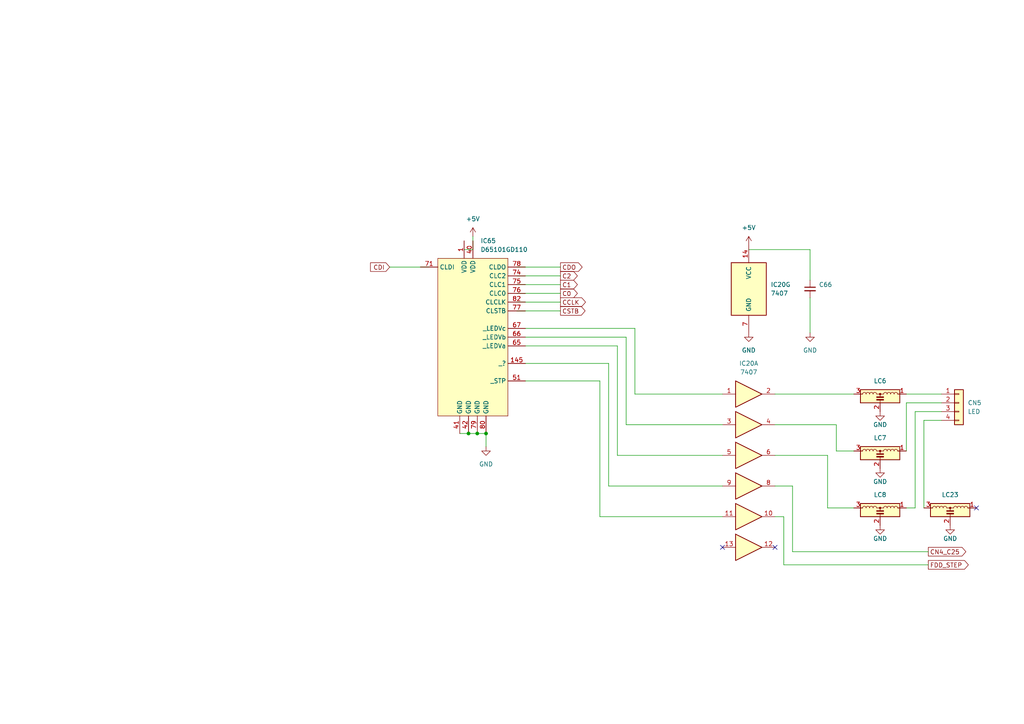
<source format=kicad_sch>
(kicad_sch (version 20230121) (generator eeschema)

  (uuid bced68ac-bf63-4c01-98d4-00facfc13294)

  (paper "A4")

  (lib_symbols
    (symbol "88va_Library:7407" (pin_names (offset 1.016)) (in_bom yes) (on_board yes)
      (property "Reference" "IC" (at 0 1.27 0)
        (effects (font (size 1.27 1.27)))
      )
      (property "Value" "7407" (at 0 -1.27 0)
        (effects (font (size 1.27 1.27)))
      )
      (property "Footprint" "Package_DIP:DIP-14_W7.62mm" (at 0 0 0)
        (effects (font (size 1.27 1.27)) hide)
      )
      (property "Datasheet" "https://www.ti.com/document-viewer/ja-jp/sn7407/datasheet" (at 0 0 0)
        (effects (font (size 1.27 1.27)) hide)
      )
      (property "ki_locked" "" (at 0 0 0)
        (effects (font (size 1.27 1.27)))
      )
      (property "ki_keywords" "Hex buffer" (at 0 0 0)
        (effects (font (size 1.27 1.27)) hide)
      )
      (property "ki_description" "Hex Buffers and Drivers With Open-Collector High-Voltage Outputs" (at 0 0 0)
        (effects (font (size 1.27 1.27)) hide)
      )
      (property "ki_fp_filters" "SOIC*3.9x8.7mm*P1.27mm* TSSOP*4.4x5mm*P0.65mm* DIP*W7.62mm*" (at 0 0 0)
        (effects (font (size 1.27 1.27)) hide)
      )
      (symbol "7407_1_0"
        (polyline
          (pts
            (xy -3.81 3.81)
            (xy -3.81 -3.81)
            (xy 3.81 0)
            (xy -3.81 3.81)
          )
          (stroke (width 0.254) (type default))
          (fill (type background))
        )
        (pin input line (at -7.62 0 0) (length 3.81)
          (name "~" (effects (font (size 1.27 1.27))))
          (number "1" (effects (font (size 1.27 1.27))))
        )
        (pin open_collector line (at 7.62 0 180) (length 3.81)
          (name "~" (effects (font (size 1.27 1.27))))
          (number "2" (effects (font (size 1.27 1.27))))
        )
      )
      (symbol "7407_2_0"
        (polyline
          (pts
            (xy -3.81 3.81)
            (xy -3.81 -3.81)
            (xy 3.81 0)
            (xy -3.81 3.81)
          )
          (stroke (width 0.254) (type default))
          (fill (type background))
        )
        (pin input line (at -7.62 0 0) (length 3.81)
          (name "~" (effects (font (size 1.27 1.27))))
          (number "3" (effects (font (size 1.27 1.27))))
        )
        (pin open_collector line (at 7.62 0 180) (length 3.81)
          (name "~" (effects (font (size 1.27 1.27))))
          (number "4" (effects (font (size 1.27 1.27))))
        )
      )
      (symbol "7407_3_0"
        (polyline
          (pts
            (xy -3.81 3.81)
            (xy -3.81 -3.81)
            (xy 3.81 0)
            (xy -3.81 3.81)
          )
          (stroke (width 0.254) (type default))
          (fill (type background))
        )
        (pin input line (at -7.62 0 0) (length 3.81)
          (name "~" (effects (font (size 1.27 1.27))))
          (number "5" (effects (font (size 1.27 1.27))))
        )
        (pin open_collector line (at 7.62 0 180) (length 3.81)
          (name "~" (effects (font (size 1.27 1.27))))
          (number "6" (effects (font (size 1.27 1.27))))
        )
      )
      (symbol "7407_4_0"
        (polyline
          (pts
            (xy -3.81 3.81)
            (xy -3.81 -3.81)
            (xy 3.81 0)
            (xy -3.81 3.81)
          )
          (stroke (width 0.254) (type default))
          (fill (type background))
        )
        (pin open_collector line (at 7.62 0 180) (length 3.81)
          (name "~" (effects (font (size 1.27 1.27))))
          (number "8" (effects (font (size 1.27 1.27))))
        )
        (pin input line (at -7.62 0 0) (length 3.81)
          (name "~" (effects (font (size 1.27 1.27))))
          (number "9" (effects (font (size 1.27 1.27))))
        )
      )
      (symbol "7407_5_0"
        (polyline
          (pts
            (xy -3.81 3.81)
            (xy -3.81 -3.81)
            (xy 3.81 0)
            (xy -3.81 3.81)
          )
          (stroke (width 0.254) (type default))
          (fill (type background))
        )
        (pin open_collector line (at 7.62 0 180) (length 3.81)
          (name "~" (effects (font (size 1.27 1.27))))
          (number "10" (effects (font (size 1.27 1.27))))
        )
        (pin input line (at -7.62 0 0) (length 3.81)
          (name "~" (effects (font (size 1.27 1.27))))
          (number "11" (effects (font (size 1.27 1.27))))
        )
      )
      (symbol "7407_6_0"
        (polyline
          (pts
            (xy -3.81 3.81)
            (xy -3.81 -3.81)
            (xy 3.81 0)
            (xy -3.81 3.81)
          )
          (stroke (width 0.254) (type default))
          (fill (type background))
        )
        (pin open_collector line (at 7.62 0 180) (length 3.81)
          (name "~" (effects (font (size 1.27 1.27))))
          (number "12" (effects (font (size 1.27 1.27))))
        )
        (pin input line (at -7.62 0 0) (length 3.81)
          (name "~" (effects (font (size 1.27 1.27))))
          (number "13" (effects (font (size 1.27 1.27))))
        )
      )
      (symbol "7407_7_0"
        (pin power_in line (at 0 12.7 270) (length 5.08)
          (name "VCC" (effects (font (size 1.27 1.27))))
          (number "14" (effects (font (size 1.27 1.27))))
        )
        (pin power_in line (at 0 -12.7 90) (length 5.08)
          (name "GND" (effects (font (size 1.27 1.27))))
          (number "7" (effects (font (size 1.27 1.27))))
        )
      )
      (symbol "7407_7_1"
        (rectangle (start -5.08 7.62) (end 5.08 -7.62)
          (stroke (width 0.254) (type default))
          (fill (type background))
        )
      )
    )
    (symbol "88va_Library:GAL" (in_bom yes) (on_board yes)
      (property "Reference" "IC65" (at 2.1941 2.54 0)
        (effects (font (size 1.27 1.27)) (justify left))
      )
      (property "Value" "D65101GD110" (at 2.1941 0 0)
        (effects (font (size 1.27 1.27)) (justify left))
      )
      (property "Footprint" "88va_Library:QFP-160_28x28_Pitch0.635mm" (at 0 0 0)
        (effects (font (size 1.27 1.27)) hide)
      )
      (property "Datasheet" "" (at 0 0 0)
        (effects (font (size 1.27 1.27)) hide)
      )
      (symbol "GAL_1_1"
        (rectangle (start -10.16 -2.54) (end 10.16 -48.26)
          (stroke (width 0) (type default))
          (fill (type background))
        )
        (pin power_in line (at -2.54 2.54 270) (length 5.08)
          (name "VDD" (effects (font (size 1.27 1.27))))
          (number "1" (effects (font (size 1.27 1.27))))
        )
        (pin output line (at 15.24 -33.02 180) (length 5.08)
          (name "_?" (effects (font (size 1.27 1.27))))
          (number "145" (effects (font (size 1.27 1.27))))
        )
        (pin power_in line (at 0 2.54 270) (length 5.08)
          (name "VDD" (effects (font (size 1.27 1.27))))
          (number "40" (effects (font (size 1.27 1.27))))
        )
        (pin power_in line (at -3.81 -53.34 90) (length 5.08)
          (name "GND" (effects (font (size 1.27 1.27))))
          (number "41" (effects (font (size 1.27 1.27))))
        )
        (pin power_in line (at -1.27 -53.34 90) (length 5.08)
          (name "GND" (effects (font (size 1.27 1.27))))
          (number "42" (effects (font (size 1.27 1.27))))
        )
        (pin output line (at 15.24 -38.1 180) (length 5.08)
          (name "_STP" (effects (font (size 1.27 1.27))))
          (number "51" (effects (font (size 1.27 1.27))))
        )
        (pin output line (at 15.24 -27.94 180) (length 5.08)
          (name "_LEDVa" (effects (font (size 1.27 1.27))))
          (number "65" (effects (font (size 1.27 1.27))))
        )
        (pin output line (at 15.24 -25.4 180) (length 5.08)
          (name "_LEDVb" (effects (font (size 1.27 1.27))))
          (number "66" (effects (font (size 1.27 1.27))))
        )
        (pin output line (at 15.24 -22.86 180) (length 5.08)
          (name "_LEDVc" (effects (font (size 1.27 1.27))))
          (number "67" (effects (font (size 1.27 1.27))))
        )
        (pin input line (at -15.24 -5.08 0) (length 5.08)
          (name "CLDI" (effects (font (size 1.27 1.27))))
          (number "71" (effects (font (size 1.27 1.27))))
        )
        (pin output line (at 15.24 -7.62 180) (length 5.08)
          (name "CLC2" (effects (font (size 1.27 1.27))))
          (number "74" (effects (font (size 1.27 1.27))))
        )
        (pin output line (at 15.24 -10.16 180) (length 5.08)
          (name "CLC1" (effects (font (size 1.27 1.27))))
          (number "75" (effects (font (size 1.27 1.27))))
        )
        (pin output line (at 15.24 -12.7 180) (length 5.08)
          (name "CLC0" (effects (font (size 1.27 1.27))))
          (number "76" (effects (font (size 1.27 1.27))))
        )
        (pin output line (at 15.24 -17.78 180) (length 5.08)
          (name "CLSTB" (effects (font (size 1.27 1.27))))
          (number "77" (effects (font (size 1.27 1.27))))
        )
        (pin output line (at 15.24 -5.08 180) (length 5.08)
          (name "CLDO" (effects (font (size 1.27 1.27))))
          (number "78" (effects (font (size 1.27 1.27))))
        )
        (pin power_in line (at 1.27 -53.34 90) (length 5.08)
          (name "GND" (effects (font (size 1.27 1.27))))
          (number "79" (effects (font (size 1.27 1.27))))
        )
        (pin power_in line (at 3.81 -53.34 90) (length 5.08)
          (name "GND" (effects (font (size 1.27 1.27))))
          (number "80" (effects (font (size 1.27 1.27))))
        )
        (pin output line (at 15.24 -15.24 180) (length 5.08)
          (name "CLCLK" (effects (font (size 1.27 1.27))))
          (number "82" (effects (font (size 1.27 1.27))))
        )
      )
    )
    (symbol "Connector_Generic:Conn_01x04" (pin_names (offset 1.016) hide) (in_bom yes) (on_board yes)
      (property "Reference" "J" (at 0 5.08 0)
        (effects (font (size 1.27 1.27)))
      )
      (property "Value" "Conn_01x04" (at 0 -7.62 0)
        (effects (font (size 1.27 1.27)))
      )
      (property "Footprint" "" (at 0 0 0)
        (effects (font (size 1.27 1.27)) hide)
      )
      (property "Datasheet" "~" (at 0 0 0)
        (effects (font (size 1.27 1.27)) hide)
      )
      (property "ki_keywords" "connector" (at 0 0 0)
        (effects (font (size 1.27 1.27)) hide)
      )
      (property "ki_description" "Generic connector, single row, 01x04, script generated (kicad-library-utils/schlib/autogen/connector/)" (at 0 0 0)
        (effects (font (size 1.27 1.27)) hide)
      )
      (property "ki_fp_filters" "Connector*:*_1x??_*" (at 0 0 0)
        (effects (font (size 1.27 1.27)) hide)
      )
      (symbol "Conn_01x04_1_1"
        (rectangle (start -1.27 -4.953) (end 0 -5.207)
          (stroke (width 0.1524) (type default))
          (fill (type none))
        )
        (rectangle (start -1.27 -2.413) (end 0 -2.667)
          (stroke (width 0.1524) (type default))
          (fill (type none))
        )
        (rectangle (start -1.27 0.127) (end 0 -0.127)
          (stroke (width 0.1524) (type default))
          (fill (type none))
        )
        (rectangle (start -1.27 2.667) (end 0 2.413)
          (stroke (width 0.1524) (type default))
          (fill (type none))
        )
        (rectangle (start -1.27 3.81) (end 1.27 -6.35)
          (stroke (width 0.254) (type default))
          (fill (type background))
        )
        (pin passive line (at -5.08 2.54 0) (length 3.81)
          (name "Pin_1" (effects (font (size 1.27 1.27))))
          (number "1" (effects (font (size 1.27 1.27))))
        )
        (pin passive line (at -5.08 0 0) (length 3.81)
          (name "Pin_2" (effects (font (size 1.27 1.27))))
          (number "2" (effects (font (size 1.27 1.27))))
        )
        (pin passive line (at -5.08 -2.54 0) (length 3.81)
          (name "Pin_3" (effects (font (size 1.27 1.27))))
          (number "3" (effects (font (size 1.27 1.27))))
        )
        (pin passive line (at -5.08 -5.08 0) (length 3.81)
          (name "Pin_4" (effects (font (size 1.27 1.27))))
          (number "4" (effects (font (size 1.27 1.27))))
        )
      )
    )
    (symbol "Device:C_Small" (pin_numbers hide) (pin_names (offset 0.254) hide) (in_bom yes) (on_board yes)
      (property "Reference" "C" (at 0.254 1.778 0)
        (effects (font (size 1.27 1.27)) (justify left))
      )
      (property "Value" "C_Small" (at 0.254 -2.032 0)
        (effects (font (size 1.27 1.27)) (justify left))
      )
      (property "Footprint" "" (at 0 0 0)
        (effects (font (size 1.27 1.27)) hide)
      )
      (property "Datasheet" "~" (at 0 0 0)
        (effects (font (size 1.27 1.27)) hide)
      )
      (property "ki_keywords" "capacitor cap" (at 0 0 0)
        (effects (font (size 1.27 1.27)) hide)
      )
      (property "ki_description" "Unpolarized capacitor, small symbol" (at 0 0 0)
        (effects (font (size 1.27 1.27)) hide)
      )
      (property "ki_fp_filters" "C_*" (at 0 0 0)
        (effects (font (size 1.27 1.27)) hide)
      )
      (symbol "C_Small_0_1"
        (polyline
          (pts
            (xy -1.524 -0.508)
            (xy 1.524 -0.508)
          )
          (stroke (width 0.3302) (type default))
          (fill (type none))
        )
        (polyline
          (pts
            (xy -1.524 0.508)
            (xy 1.524 0.508)
          )
          (stroke (width 0.3048) (type default))
          (fill (type none))
        )
      )
      (symbol "C_Small_1_1"
        (pin passive line (at 0 2.54 270) (length 2.032)
          (name "~" (effects (font (size 1.27 1.27))))
          (number "1" (effects (font (size 1.27 1.27))))
        )
        (pin passive line (at 0 -2.54 90) (length 2.032)
          (name "~" (effects (font (size 1.27 1.27))))
          (number "2" (effects (font (size 1.27 1.27))))
        )
      )
    )
    (symbol "Device:Filter_EMI_LCL" (pin_names (offset 0.254) hide) (in_bom yes) (on_board yes)
      (property "Reference" "FL" (at 0 6.985 0)
        (effects (font (size 1.27 1.27)))
      )
      (property "Value" "Filter_EMI_LCL" (at 0 5.08 0)
        (effects (font (size 1.27 1.27)))
      )
      (property "Footprint" "" (at 0 0 90)
        (effects (font (size 1.27 1.27)) hide)
      )
      (property "Datasheet" "http://www.murata.com/~/media/webrenewal/support/library/catalog/products/emc/emifil/c31e.ashx?la=en-gb" (at 0 0 90)
        (effects (font (size 1.27 1.27)) hide)
      )
      (property "ki_keywords" "EMI T-filter" (at 0 0 0)
        (effects (font (size 1.27 1.27)) hide)
      )
      (property "ki_description" "EMI T-filter (LCL)" (at 0 0 0)
        (effects (font (size 1.27 1.27)) hide)
      )
      (property "ki_fp_filters" "Filter* Resonator*" (at 0 0 0)
        (effects (font (size 1.27 1.27)) hide)
      )
      (symbol "Filter_EMI_LCL_0_1"
        (rectangle (start -5.715 3.81) (end 5.715 0)
          (stroke (width 0.254) (type default))
          (fill (type background))
        )
        (arc (start -4.064 2.54) (mid -4.572 3.0458) (end -5.08 2.54)
          (stroke (width 0) (type default))
          (fill (type none))
        )
        (arc (start -3.048 2.54) (mid -3.556 3.0458) (end -4.064 2.54)
          (stroke (width 0) (type default))
          (fill (type none))
        )
        (arc (start -2.032 2.54) (mid -2.54 3.0458) (end -3.048 2.54)
          (stroke (width 0) (type default))
          (fill (type none))
        )
        (rectangle (start -1.016 0.762) (end 1.016 1.016)
          (stroke (width 0) (type default))
          (fill (type outline))
        )
        (arc (start -1.016 2.54) (mid -1.524 3.0458) (end -2.032 2.54)
          (stroke (width 0) (type default))
          (fill (type none))
        )
        (polyline
          (pts
            (xy -1.016 2.54)
            (xy 1.016 2.54)
          )
          (stroke (width 0) (type default))
          (fill (type none))
        )
        (polyline
          (pts
            (xy 0 0.762)
            (xy 0 0)
          )
          (stroke (width 0) (type default))
          (fill (type none))
        )
        (polyline
          (pts
            (xy 0 2.54)
            (xy 0 1.778)
          )
          (stroke (width 0) (type default))
          (fill (type none))
        )
        (circle (center 0 2.54) (radius 0.254)
          (stroke (width 0) (type default))
          (fill (type outline))
        )
        (rectangle (start 1.016 1.524) (end -1.016 1.778)
          (stroke (width 0) (type default))
          (fill (type outline))
        )
        (arc (start 2.032 2.54) (mid 1.524 3.0458) (end 1.016 2.54)
          (stroke (width 0) (type default))
          (fill (type none))
        )
        (arc (start 3.048 2.54) (mid 2.54 3.0458) (end 2.032 2.54)
          (stroke (width 0) (type default))
          (fill (type none))
        )
        (arc (start 4.064 2.54) (mid 3.556 3.0458) (end 3.048 2.54)
          (stroke (width 0) (type default))
          (fill (type none))
        )
        (arc (start 5.08 2.54) (mid 4.572 3.0458) (end 4.064 2.54)
          (stroke (width 0) (type default))
          (fill (type none))
        )
      )
      (symbol "Filter_EMI_LCL_1_1"
        (pin passive line (at -7.62 2.54 0) (length 2.54)
          (name "1" (effects (font (size 1.27 1.27))))
          (number "1" (effects (font (size 1.27 1.27))))
        )
        (pin passive line (at 0 -2.54 90) (length 2.54)
          (name "2" (effects (font (size 1.27 1.27))))
          (number "2" (effects (font (size 1.27 1.27))))
        )
        (pin passive line (at 7.62 2.54 180) (length 2.54)
          (name "3" (effects (font (size 1.27 1.27))))
          (number "3" (effects (font (size 1.27 1.27))))
        )
      )
    )
    (symbol "power:+5V" (power) (pin_names (offset 0)) (in_bom yes) (on_board yes)
      (property "Reference" "#PWR" (at 0 -3.81 0)
        (effects (font (size 1.27 1.27)) hide)
      )
      (property "Value" "+5V" (at 0 3.556 0)
        (effects (font (size 1.27 1.27)))
      )
      (property "Footprint" "" (at 0 0 0)
        (effects (font (size 1.27 1.27)) hide)
      )
      (property "Datasheet" "" (at 0 0 0)
        (effects (font (size 1.27 1.27)) hide)
      )
      (property "ki_keywords" "global power" (at 0 0 0)
        (effects (font (size 1.27 1.27)) hide)
      )
      (property "ki_description" "Power symbol creates a global label with name \"+5V\"" (at 0 0 0)
        (effects (font (size 1.27 1.27)) hide)
      )
      (symbol "+5V_0_1"
        (polyline
          (pts
            (xy -0.762 1.27)
            (xy 0 2.54)
          )
          (stroke (width 0) (type default))
          (fill (type none))
        )
        (polyline
          (pts
            (xy 0 0)
            (xy 0 2.54)
          )
          (stroke (width 0) (type default))
          (fill (type none))
        )
        (polyline
          (pts
            (xy 0 2.54)
            (xy 0.762 1.27)
          )
          (stroke (width 0) (type default))
          (fill (type none))
        )
      )
      (symbol "+5V_1_1"
        (pin power_in line (at 0 0 90) (length 0) hide
          (name "+5V" (effects (font (size 1.27 1.27))))
          (number "1" (effects (font (size 1.27 1.27))))
        )
      )
    )
    (symbol "power:GND" (power) (pin_names (offset 0)) (in_bom yes) (on_board yes)
      (property "Reference" "#PWR" (at 0 -6.35 0)
        (effects (font (size 1.27 1.27)) hide)
      )
      (property "Value" "GND" (at 0 -3.81 0)
        (effects (font (size 1.27 1.27)))
      )
      (property "Footprint" "" (at 0 0 0)
        (effects (font (size 1.27 1.27)) hide)
      )
      (property "Datasheet" "" (at 0 0 0)
        (effects (font (size 1.27 1.27)) hide)
      )
      (property "ki_keywords" "global power" (at 0 0 0)
        (effects (font (size 1.27 1.27)) hide)
      )
      (property "ki_description" "Power symbol creates a global label with name \"GND\" , ground" (at 0 0 0)
        (effects (font (size 1.27 1.27)) hide)
      )
      (symbol "GND_0_1"
        (polyline
          (pts
            (xy 0 0)
            (xy 0 -1.27)
            (xy 1.27 -1.27)
            (xy 0 -2.54)
            (xy -1.27 -1.27)
            (xy 0 -1.27)
          )
          (stroke (width 0) (type default))
          (fill (type none))
        )
      )
      (symbol "GND_1_1"
        (pin power_in line (at 0 0 270) (length 0) hide
          (name "GND" (effects (font (size 1.27 1.27))))
          (number "1" (effects (font (size 1.27 1.27))))
        )
      )
    )
  )

  (junction (at 135.89 125.73) (diameter 0) (color 0 0 0 0)
    (uuid 0214486a-a740-4926-8aa8-7ec452ddb3f6)
  )
  (junction (at 140.97 125.73) (diameter 0) (color 0 0 0 0)
    (uuid df3c28c2-63c6-47dd-bdb5-216c112825dc)
  )
  (junction (at 138.43 125.73) (diameter 0) (color 0 0 0 0)
    (uuid fdf331b1-8cfa-4d5d-9bbe-d1176c5c5833)
  )

  (no_connect (at 224.79 158.75) (uuid 0d53689d-01b2-4f7d-8041-f6d0096c3dab))
  (no_connect (at 209.55 158.75) (uuid 26c9cfe7-9fb5-44fe-a236-136c9c9b488e))
  (no_connect (at 283.21 147.32) (uuid 9c840e9c-6796-4546-9f92-7521182eefce))

  (wire (pts (xy 234.95 72.39) (xy 234.95 81.28))
    (stroke (width 0) (type default))
    (uuid 00837588-c5eb-4454-bad4-23125a72734a)
  )
  (wire (pts (xy 242.57 123.19) (xy 242.57 130.81))
    (stroke (width 0) (type default))
    (uuid 010c6e3e-793f-4689-ac45-a3d125184600)
  )
  (wire (pts (xy 152.4 97.79) (xy 181.61 97.79))
    (stroke (width 0) (type default))
    (uuid 091a0506-2a29-4ede-9df9-302f9b985960)
  )
  (wire (pts (xy 224.79 114.3) (xy 247.65 114.3))
    (stroke (width 0) (type default))
    (uuid 254abfe9-d163-4da3-bea0-a30c3986e79a)
  )
  (wire (pts (xy 149.86 77.47) (xy 162.56 77.47))
    (stroke (width 0) (type default))
    (uuid 369a17a5-2523-416e-a5f1-95cd53541a96)
  )
  (wire (pts (xy 152.4 95.25) (xy 184.15 95.25))
    (stroke (width 0) (type default))
    (uuid 38d7dac6-7052-4cb7-ade2-2b535cdb34cc)
  )
  (wire (pts (xy 137.16 68.58) (xy 137.16 72.39))
    (stroke (width 0) (type default))
    (uuid 38f93062-38a4-49ba-9681-0dd4ad40ed31)
  )
  (wire (pts (xy 217.17 72.39) (xy 234.95 72.39))
    (stroke (width 0) (type default))
    (uuid 3a53a5e0-19d0-4df6-b26a-031eb9cb185c)
  )
  (wire (pts (xy 224.79 149.86) (xy 227.33 149.86))
    (stroke (width 0) (type default))
    (uuid 40cb3812-759b-4dfe-b921-fd9f70c9a3b4)
  )
  (wire (pts (xy 135.89 125.73) (xy 138.43 125.73))
    (stroke (width 0) (type default))
    (uuid 4367c4e8-285b-4d91-97a2-19bd60b5dc83)
  )
  (wire (pts (xy 262.89 114.3) (xy 273.05 114.3))
    (stroke (width 0) (type default))
    (uuid 4534cbb3-12f4-4b01-afba-b649ccb73623)
  )
  (wire (pts (xy 149.86 87.63) (xy 162.56 87.63))
    (stroke (width 0) (type default))
    (uuid 4a8e79f7-14f4-4b52-b092-861c928f62e1)
  )
  (wire (pts (xy 265.43 147.32) (xy 265.43 119.38))
    (stroke (width 0) (type default))
    (uuid 53eb129e-3049-4648-89d7-0a63621294ae)
  )
  (wire (pts (xy 134.62 72.39) (xy 137.16 72.39))
    (stroke (width 0) (type default))
    (uuid 5922520e-22b9-4c42-aa11-4c46594c6049)
  )
  (wire (pts (xy 224.79 132.08) (xy 240.03 132.08))
    (stroke (width 0) (type default))
    (uuid 5a82df06-6144-496b-b1e5-657ae5d24b58)
  )
  (wire (pts (xy 133.35 125.73) (xy 135.89 125.73))
    (stroke (width 0) (type default))
    (uuid 628f8482-753b-4a34-932a-5a7cb452243c)
  )
  (wire (pts (xy 184.15 114.3) (xy 209.55 114.3))
    (stroke (width 0) (type default))
    (uuid 645712b1-97e3-4a3c-9d94-d21054e46a63)
  )
  (wire (pts (xy 152.4 100.33) (xy 179.07 100.33))
    (stroke (width 0) (type default))
    (uuid 6581e4ae-3ab7-4e18-b606-a2fd44a42098)
  )
  (wire (pts (xy 242.57 130.81) (xy 247.65 130.81))
    (stroke (width 0) (type default))
    (uuid 65e92066-baa5-4849-95e4-dc39f1d1ceda)
  )
  (wire (pts (xy 181.61 97.79) (xy 181.61 123.19))
    (stroke (width 0) (type default))
    (uuid 667e3e6d-9ed2-4f3f-9780-9077b585df76)
  )
  (wire (pts (xy 149.86 82.55) (xy 162.56 82.55))
    (stroke (width 0) (type default))
    (uuid 6f9c000a-9ae1-4156-af59-cbb7d568c1ec)
  )
  (wire (pts (xy 240.03 132.08) (xy 240.03 147.32))
    (stroke (width 0) (type default))
    (uuid 740d3f06-2a17-495d-adff-c382e38d0428)
  )
  (wire (pts (xy 229.87 160.02) (xy 269.24 160.02))
    (stroke (width 0) (type default))
    (uuid 76a23b55-ae32-49e6-ae9f-7db72aae14db)
  )
  (wire (pts (xy 173.99 149.86) (xy 209.55 149.86))
    (stroke (width 0) (type default))
    (uuid 77368904-6326-4d8c-803a-8006b0efe347)
  )
  (wire (pts (xy 138.43 125.73) (xy 140.97 125.73))
    (stroke (width 0) (type default))
    (uuid 7dd209c9-28c2-49a3-8446-27359fc1d112)
  )
  (wire (pts (xy 152.4 105.41) (xy 176.53 105.41))
    (stroke (width 0) (type default))
    (uuid 7e2fbe0e-5954-45bf-8b15-2eb357d81eae)
  )
  (wire (pts (xy 240.03 147.32) (xy 247.65 147.32))
    (stroke (width 0) (type default))
    (uuid 7f6c22a1-fc78-4625-91b2-ca8b89ec9c02)
  )
  (wire (pts (xy 113.03 77.47) (xy 124.46 77.47))
    (stroke (width 0) (type default))
    (uuid 8680bbf0-4048-4f4f-bd93-e1c8230d0e8a)
  )
  (wire (pts (xy 173.99 110.49) (xy 173.99 149.86))
    (stroke (width 0) (type default))
    (uuid 8dde1af7-9877-4b36-9fc2-198aadd59f08)
  )
  (wire (pts (xy 227.33 163.83) (xy 269.24 163.83))
    (stroke (width 0) (type default))
    (uuid 919bf862-296f-4d93-9e3d-41cc3bc7aa94)
  )
  (wire (pts (xy 176.53 105.41) (xy 176.53 140.97))
    (stroke (width 0) (type default))
    (uuid 92d37557-fdbc-419d-bfbf-9c8be290fee5)
  )
  (wire (pts (xy 181.61 123.19) (xy 209.55 123.19))
    (stroke (width 0) (type default))
    (uuid 9463a641-94bd-4fe5-8073-cdd3a4aa4d65)
  )
  (wire (pts (xy 234.95 86.36) (xy 234.95 96.52))
    (stroke (width 0) (type default))
    (uuid 97c818e6-01dd-4c23-8209-f4060dfda155)
  )
  (wire (pts (xy 262.89 130.81) (xy 262.89 116.84))
    (stroke (width 0) (type default))
    (uuid 9827ab32-a462-4308-b3f6-29126035dee1)
  )
  (wire (pts (xy 184.15 95.25) (xy 184.15 114.3))
    (stroke (width 0) (type default))
    (uuid a5bc18ff-7cdd-476d-8f20-7cbffb769a6a)
  )
  (wire (pts (xy 262.89 116.84) (xy 273.05 116.84))
    (stroke (width 0) (type default))
    (uuid a8962e85-c54b-4043-a837-d2d555488e23)
  )
  (wire (pts (xy 229.87 140.97) (xy 229.87 160.02))
    (stroke (width 0) (type default))
    (uuid a998c88d-0b19-48bf-899c-dcc0bb155297)
  )
  (wire (pts (xy 179.07 100.33) (xy 179.07 132.08))
    (stroke (width 0) (type default))
    (uuid ad49033b-9866-4605-a930-9d712947f959)
  )
  (wire (pts (xy 267.97 121.92) (xy 267.97 147.32))
    (stroke (width 0) (type default))
    (uuid b1c63d58-1863-4136-8b78-32c63628b593)
  )
  (wire (pts (xy 179.07 132.08) (xy 209.55 132.08))
    (stroke (width 0) (type default))
    (uuid b8a1f722-f293-4012-88d9-d35a375c2b0b)
  )
  (wire (pts (xy 149.86 85.09) (xy 162.56 85.09))
    (stroke (width 0) (type default))
    (uuid ba814ecc-74e8-4423-a054-1cf3bf1d6af6)
  )
  (wire (pts (xy 149.86 90.17) (xy 162.56 90.17))
    (stroke (width 0) (type default))
    (uuid bbab26e7-36ec-44cc-881d-9eb8bac37895)
  )
  (wire (pts (xy 152.4 110.49) (xy 173.99 110.49))
    (stroke (width 0) (type default))
    (uuid bce51d97-14a4-4643-a8fc-e725a0b3bc5d)
  )
  (wire (pts (xy 227.33 163.83) (xy 227.33 149.86))
    (stroke (width 0) (type default))
    (uuid bcf65743-38ba-4ae8-a84e-092cd97786d6)
  )
  (wire (pts (xy 149.86 80.01) (xy 162.56 80.01))
    (stroke (width 0) (type default))
    (uuid c0570780-2e53-4ca7-beb7-2d45441b0902)
  )
  (wire (pts (xy 140.97 125.73) (xy 140.97 129.54))
    (stroke (width 0) (type default))
    (uuid c5accc3b-2aeb-45d3-8676-f7cd8ca8f5af)
  )
  (wire (pts (xy 176.53 140.97) (xy 209.55 140.97))
    (stroke (width 0) (type default))
    (uuid ce0f21e4-1ea0-4ef3-964e-5d09e82ec2ff)
  )
  (wire (pts (xy 267.97 121.92) (xy 273.05 121.92))
    (stroke (width 0) (type default))
    (uuid d38c2846-a8ce-48c9-ac84-2212974ac4fb)
  )
  (wire (pts (xy 262.89 147.32) (xy 265.43 147.32))
    (stroke (width 0) (type default))
    (uuid d8b571bc-6d5e-4560-b6e1-32c561e71dbc)
  )
  (wire (pts (xy 224.79 140.97) (xy 229.87 140.97))
    (stroke (width 0) (type default))
    (uuid e25fdb62-56ac-460e-bbb8-daca60b18c67)
  )
  (wire (pts (xy 265.43 119.38) (xy 273.05 119.38))
    (stroke (width 0) (type default))
    (uuid f05053e5-d8e2-4efa-9394-2e292b0af2f9)
  )
  (wire (pts (xy 224.79 123.19) (xy 242.57 123.19))
    (stroke (width 0) (type default))
    (uuid f1fbe741-f113-47f4-b284-6e697d272857)
  )

  (global_label "CN4_C25" (shape output) (at 269.24 160.02 0) (fields_autoplaced)
    (effects (font (size 1.27 1.27)) (justify left))
    (uuid 0b197687-223e-402e-9167-672aba2513a4)
    (property "Intersheetrefs" "${INTERSHEET_REFS}" (at 280.6918 160.02 0)
      (effects (font (size 1.27 1.27)) (justify left) hide)
    )
  )
  (global_label "C0" (shape output) (at 162.56 85.09 0) (fields_autoplaced)
    (effects (font (size 1.27 1.27)) (justify left))
    (uuid 4502942f-fd14-41b3-bd4b-23db9332c3b7)
    (property "Intersheetrefs" "${INTERSHEET_REFS}" (at 168.0247 85.09 0)
      (effects (font (size 1.27 1.27)) (justify left) hide)
    )
  )
  (global_label "CDI" (shape input) (at 113.03 77.47 180) (fields_autoplaced)
    (effects (font (size 1.27 1.27)) (justify right))
    (uuid 7fe3d349-23df-4cc9-b477-26d347add50f)
    (property "Intersheetrefs" "${INTERSHEET_REFS}" (at 106.9 77.47 0)
      (effects (font (size 1.27 1.27)) (justify right) hide)
    )
  )
  (global_label "FDD_STEP" (shape output) (at 269.24 163.83 0) (fields_autoplaced)
    (effects (font (size 1.27 1.27)) (justify left))
    (uuid 9041f28a-614f-40fa-b28f-ff0a04ffe6df)
    (property "Intersheetrefs" "${INTERSHEET_REFS}" (at 281.4175 163.83 0)
      (effects (font (size 1.27 1.27)) (justify left) hide)
    )
  )
  (global_label "CSTB" (shape output) (at 162.56 90.17 0) (fields_autoplaced)
    (effects (font (size 1.27 1.27)) (justify left))
    (uuid 957fb394-e1ad-4ba8-be6c-7d4e85ca681b)
    (property "Intersheetrefs" "${INTERSHEET_REFS}" (at 170.2623 90.17 0)
      (effects (font (size 1.27 1.27)) (justify left) hide)
    )
  )
  (global_label "C2" (shape output) (at 162.56 80.01 0) (fields_autoplaced)
    (effects (font (size 1.27 1.27)) (justify left))
    (uuid c05c23c7-0177-4bff-af8b-deedb888375b)
    (property "Intersheetrefs" "${INTERSHEET_REFS}" (at 168.0247 80.01 0)
      (effects (font (size 1.27 1.27)) (justify left) hide)
    )
  )
  (global_label "C1" (shape output) (at 162.56 82.55 0) (fields_autoplaced)
    (effects (font (size 1.27 1.27)) (justify left))
    (uuid c90ed9a7-195d-4efc-9076-97df19c4a3da)
    (property "Intersheetrefs" "${INTERSHEET_REFS}" (at 168.0247 82.55 0)
      (effects (font (size 1.27 1.27)) (justify left) hide)
    )
  )
  (global_label "CCLK" (shape output) (at 162.56 87.63 0) (fields_autoplaced)
    (effects (font (size 1.27 1.27)) (justify left))
    (uuid e4058557-6c04-47ca-b568-47b1e5a933d2)
    (property "Intersheetrefs" "${INTERSHEET_REFS}" (at 170.3833 87.63 0)
      (effects (font (size 1.27 1.27)) (justify left) hide)
    )
  )
  (global_label "CDO" (shape output) (at 162.56 77.47 0) (fields_autoplaced)
    (effects (font (size 1.27 1.27)) (justify left))
    (uuid f4a60936-3b05-4e8d-82b3-2bbfd7c5f56d)
    (property "Intersheetrefs" "${INTERSHEET_REFS}" (at 169.4157 77.47 0)
      (effects (font (size 1.27 1.27)) (justify left) hide)
    )
  )

  (symbol (lib_id "88va_Library:7407") (at 217.17 149.86 0) (unit 5)
    (in_bom yes) (on_board yes) (dnp no) (fields_autoplaced)
    (uuid 03e454d8-84d7-4359-9b72-3f4babe95e65)
    (property "Reference" "IC20" (at 217.17 140.97 0)
      (effects (font (size 1.27 1.27)) hide)
    )
    (property "Value" "7407" (at 217.17 143.51 0)
      (effects (font (size 1.27 1.27)) hide)
    )
    (property "Footprint" "Package_DIP:DIP-14_W7.62mm" (at 217.17 149.86 0)
      (effects (font (size 1.27 1.27)) hide)
    )
    (property "Datasheet" "https://www.ti.com/document-viewer/ja-jp/sn7407/datasheet" (at 217.17 149.86 0)
      (effects (font (size 1.27 1.27)) hide)
    )
    (pin "9" (uuid 4bffc034-7f86-4baa-931d-eeea80160b32))
    (pin "13" (uuid 34ed2139-53d9-4ee2-97a7-76d888cdccb5))
    (pin "3" (uuid aaa23956-bd3d-4ef3-bd1e-7904a6dae803))
    (pin "8" (uuid 91c9f3d2-6bdf-4d59-9201-c7e32e11d3e0))
    (pin "10" (uuid 04dca8f5-3fe9-4f19-a2af-74471b2828b3))
    (pin "14" (uuid 12dc2c1a-1998-48ca-ad9c-9f63e5f3c247))
    (pin "12" (uuid 7731068d-5dcb-47a7-9236-148b524aed47))
    (pin "1" (uuid f23fbf40-0e93-469b-ac78-2cf1d93d6294))
    (pin "4" (uuid d8e0c285-86d5-41f2-a309-a94448e426b3))
    (pin "11" (uuid 4d46a3ab-268c-4d6e-850a-2c77d0016e12))
    (pin "6" (uuid 5d17ee78-3efc-46c8-b173-7088a78e275f))
    (pin "7" (uuid 449d4574-0b08-4308-ac60-1197375bde18))
    (pin "5" (uuid 9c901c5a-c335-4680-9d58-e207f90115a5))
    (pin "2" (uuid 73d8619e-45d1-48c4-8f0e-94a47910db10))
    (instances
      (project "PWD665"
        (path "/8cd193ae-a369-4130-9ba4-f2075fa60e2b/4936267e-2afc-4e41-be53-b97a571a33d1"
          (reference "IC20") (unit 5)
        )
      )
    )
  )

  (symbol (lib_id "88va_Library:7407") (at 217.17 140.97 0) (unit 4)
    (in_bom yes) (on_board yes) (dnp no) (fields_autoplaced)
    (uuid 11bc70cf-25bd-40d5-8947-c825d3347f60)
    (property "Reference" "IC20" (at 217.17 132.08 0)
      (effects (font (size 1.27 1.27)) hide)
    )
    (property "Value" "7407" (at 217.17 134.62 0)
      (effects (font (size 1.27 1.27)) hide)
    )
    (property "Footprint" "Package_DIP:DIP-14_W7.62mm" (at 217.17 140.97 0)
      (effects (font (size 1.27 1.27)) hide)
    )
    (property "Datasheet" "https://www.ti.com/document-viewer/ja-jp/sn7407/datasheet" (at 217.17 140.97 0)
      (effects (font (size 1.27 1.27)) hide)
    )
    (pin "9" (uuid 4bffc034-7f86-4baa-931d-eeea80160b33))
    (pin "13" (uuid 34ed2139-53d9-4ee2-97a7-76d888cdccb6))
    (pin "3" (uuid aaa23956-bd3d-4ef3-bd1e-7904a6dae804))
    (pin "8" (uuid 91c9f3d2-6bdf-4d59-9201-c7e32e11d3e1))
    (pin "10" (uuid 04dca8f5-3fe9-4f19-a2af-74471b2828b4))
    (pin "14" (uuid 12dc2c1a-1998-48ca-ad9c-9f63e5f3c248))
    (pin "12" (uuid 7731068d-5dcb-47a7-9236-148b524aed48))
    (pin "1" (uuid f23fbf40-0e93-469b-ac78-2cf1d93d6295))
    (pin "4" (uuid d8e0c285-86d5-41f2-a309-a94448e426b4))
    (pin "11" (uuid 4d46a3ab-268c-4d6e-850a-2c77d0016e13))
    (pin "6" (uuid 5d17ee78-3efc-46c8-b173-7088a78e2760))
    (pin "7" (uuid 449d4574-0b08-4308-ac60-1197375bde19))
    (pin "5" (uuid 9c901c5a-c335-4680-9d58-e207f90115a6))
    (pin "2" (uuid 73d8619e-45d1-48c4-8f0e-94a47910db11))
    (instances
      (project "PWD665"
        (path "/8cd193ae-a369-4130-9ba4-f2075fa60e2b/4936267e-2afc-4e41-be53-b97a571a33d1"
          (reference "IC20") (unit 4)
        )
      )
    )
  )

  (symbol (lib_id "88va_Library:GAL") (at 137.16 72.39 0) (unit 1)
    (in_bom yes) (on_board yes) (dnp no) (fields_autoplaced)
    (uuid 15fff53b-0297-4f14-b736-1d87e7f56946)
    (property "Reference" "IC65" (at 139.3541 69.85 0)
      (effects (font (size 1.27 1.27)) (justify left))
    )
    (property "Value" "D65101GD110" (at 139.3541 72.39 0)
      (effects (font (size 1.27 1.27)) (justify left))
    )
    (property "Footprint" "88va_Library:QFP-160_28x28_Pitch0.635mm" (at 137.16 72.39 0)
      (effects (font (size 1.27 1.27)) hide)
    )
    (property "Datasheet" "" (at 137.16 72.39 0)
      (effects (font (size 1.27 1.27)) hide)
    )
    (pin "74" (uuid f97182eb-8fbd-43f2-8093-b81828bbbe4e))
    (pin "80" (uuid dad59ccc-e562-4cbd-b8cb-cb1e9ffe73f9))
    (pin "82" (uuid 4db24347-1683-4f5d-8b32-ac058ecb7cb5))
    (pin "78" (uuid 42d4089a-cc70-4841-bdeb-5c9be0f08301))
    (pin "79" (uuid 41f67e49-c5ae-4ccf-ba12-1e46f3fb7337))
    (pin "71" (uuid 91376d68-2117-4a3f-8b17-b87fdeb0fc56))
    (pin "76" (uuid e602506e-efbd-4aa9-afa8-296f1aafd7bc))
    (pin "77" (uuid c3af3add-193c-41d1-bdaa-d34f1c441bf0))
    (pin "75" (uuid 6ddd848a-d25e-48d0-8717-3ce3a6e896f1))
    (pin "41" (uuid e416b9be-ebeb-4047-a117-1848ffc66451))
    (pin "42" (uuid 613fb749-6223-4a67-a912-ff4b5dd24deb))
    (pin "1" (uuid 579e1789-16b6-4716-834e-85578a0b1f92))
    (pin "40" (uuid 92e01506-9475-4dfd-9d0a-3d480dffaee9))
    (pin "51" (uuid b60a1a29-18fa-49fb-b2aa-bef273d8505a))
    (pin "66" (uuid 19b7619c-4500-46a6-8758-6747fd595400))
    (pin "65" (uuid fc2dd977-0fd3-4331-a1f4-1f4657550dab))
    (pin "145" (uuid c4d79aa2-8031-4e5b-b125-f5be0ff914f3))
    (pin "67" (uuid b2ad765f-6eb0-4f31-8a09-40cea3fbbd39))
    (instances
      (project "PWD665"
        (path "/8cd193ae-a369-4130-9ba4-f2075fa60e2b/4936267e-2afc-4e41-be53-b97a571a33d1"
          (reference "IC65") (unit 1)
        )
      )
    )
  )

  (symbol (lib_id "power:+5V") (at 137.16 68.58 0) (unit 1)
    (in_bom yes) (on_board yes) (dnp no) (fields_autoplaced)
    (uuid 19d78526-d031-4053-8cb5-d311af73e053)
    (property "Reference" "#PWR015" (at 137.16 72.39 0)
      (effects (font (size 1.27 1.27)) hide)
    )
    (property "Value" "+5V" (at 137.16 63.5 0)
      (effects (font (size 1.27 1.27)))
    )
    (property "Footprint" "" (at 137.16 68.58 0)
      (effects (font (size 1.27 1.27)) hide)
    )
    (property "Datasheet" "" (at 137.16 68.58 0)
      (effects (font (size 1.27 1.27)) hide)
    )
    (pin "1" (uuid 8a059dbc-f5c0-4e3b-9e6f-583ff942fa24))
    (instances
      (project "PWD665"
        (path "/8cd193ae-a369-4130-9ba4-f2075fa60e2b/4936267e-2afc-4e41-be53-b97a571a33d1"
          (reference "#PWR015") (unit 1)
        )
      )
    )
  )

  (symbol (lib_id "88va_Library:7407") (at 217.17 132.08 0) (unit 3)
    (in_bom yes) (on_board yes) (dnp no) (fields_autoplaced)
    (uuid 1dae5cb4-6269-4d07-aa0b-2a2d395352ea)
    (property "Reference" "IC20" (at 217.17 123.19 0)
      (effects (font (size 1.27 1.27)) hide)
    )
    (property "Value" "7407" (at 217.17 125.73 0)
      (effects (font (size 1.27 1.27)) hide)
    )
    (property "Footprint" "Package_DIP:DIP-14_W7.62mm" (at 217.17 132.08 0)
      (effects (font (size 1.27 1.27)) hide)
    )
    (property "Datasheet" "https://www.ti.com/document-viewer/ja-jp/sn7407/datasheet" (at 217.17 132.08 0)
      (effects (font (size 1.27 1.27)) hide)
    )
    (pin "9" (uuid 4bffc034-7f86-4baa-931d-eeea80160b34))
    (pin "13" (uuid 34ed2139-53d9-4ee2-97a7-76d888cdccb7))
    (pin "3" (uuid aaa23956-bd3d-4ef3-bd1e-7904a6dae805))
    (pin "8" (uuid 91c9f3d2-6bdf-4d59-9201-c7e32e11d3e2))
    (pin "10" (uuid 04dca8f5-3fe9-4f19-a2af-74471b2828b5))
    (pin "14" (uuid 12dc2c1a-1998-48ca-ad9c-9f63e5f3c249))
    (pin "12" (uuid 7731068d-5dcb-47a7-9236-148b524aed49))
    (pin "1" (uuid f23fbf40-0e93-469b-ac78-2cf1d93d6296))
    (pin "4" (uuid d8e0c285-86d5-41f2-a309-a94448e426b5))
    (pin "11" (uuid 4d46a3ab-268c-4d6e-850a-2c77d0016e14))
    (pin "6" (uuid 5d17ee78-3efc-46c8-b173-7088a78e2761))
    (pin "7" (uuid 449d4574-0b08-4308-ac60-1197375bde1a))
    (pin "5" (uuid 9c901c5a-c335-4680-9d58-e207f90115a7))
    (pin "2" (uuid 73d8619e-45d1-48c4-8f0e-94a47910db12))
    (instances
      (project "PWD665"
        (path "/8cd193ae-a369-4130-9ba4-f2075fa60e2b/4936267e-2afc-4e41-be53-b97a571a33d1"
          (reference "IC20") (unit 3)
        )
      )
    )
  )

  (symbol (lib_id "Device:C_Small") (at 234.95 83.82 0) (unit 1)
    (in_bom yes) (on_board yes) (dnp no) (fields_autoplaced)
    (uuid 27f7b6e1-a96a-46fc-8cf3-25eb9619279a)
    (property "Reference" "C66" (at 237.49 82.5563 0)
      (effects (font (size 1.27 1.27)) (justify left))
    )
    (property "Value" "C_Small" (at 237.49 85.0963 0)
      (effects (font (size 1.27 1.27)) (justify left) hide)
    )
    (property "Footprint" "Capacitor_SMD:C_1206_3216Metric" (at 234.95 83.82 0)
      (effects (font (size 1.27 1.27)) hide)
    )
    (property "Datasheet" "~" (at 234.95 83.82 0)
      (effects (font (size 1.27 1.27)) hide)
    )
    (pin "2" (uuid e035dcf1-0663-4da1-94ca-3b530b37d417))
    (pin "1" (uuid d73ea5d8-72a2-4a5b-b6c6-29800220d2db))
    (instances
      (project "PWD665"
        (path "/8cd193ae-a369-4130-9ba4-f2075fa60e2b/4936267e-2afc-4e41-be53-b97a571a33d1"
          (reference "C66") (unit 1)
        )
      )
    )
  )

  (symbol (lib_id "88va_Library:7407") (at 217.17 123.19 0) (unit 2)
    (in_bom yes) (on_board yes) (dnp no) (fields_autoplaced)
    (uuid 2dce46e4-9324-4d31-9494-81c69d6c7a06)
    (property "Reference" "IC20" (at 217.17 114.3 0)
      (effects (font (size 1.27 1.27)) hide)
    )
    (property "Value" "7407" (at 217.17 116.84 0)
      (effects (font (size 1.27 1.27)) hide)
    )
    (property "Footprint" "Package_DIP:DIP-14_W7.62mm" (at 217.17 123.19 0)
      (effects (font (size 1.27 1.27)) hide)
    )
    (property "Datasheet" "https://www.ti.com/document-viewer/ja-jp/sn7407/datasheet" (at 217.17 123.19 0)
      (effects (font (size 1.27 1.27)) hide)
    )
    (pin "9" (uuid 4bffc034-7f86-4baa-931d-eeea80160b35))
    (pin "13" (uuid 34ed2139-53d9-4ee2-97a7-76d888cdccb8))
    (pin "3" (uuid aaa23956-bd3d-4ef3-bd1e-7904a6dae806))
    (pin "8" (uuid 91c9f3d2-6bdf-4d59-9201-c7e32e11d3e3))
    (pin "10" (uuid 04dca8f5-3fe9-4f19-a2af-74471b2828b6))
    (pin "14" (uuid 12dc2c1a-1998-48ca-ad9c-9f63e5f3c24a))
    (pin "12" (uuid 7731068d-5dcb-47a7-9236-148b524aed4a))
    (pin "1" (uuid f23fbf40-0e93-469b-ac78-2cf1d93d6297))
    (pin "4" (uuid d8e0c285-86d5-41f2-a309-a94448e426b6))
    (pin "11" (uuid 4d46a3ab-268c-4d6e-850a-2c77d0016e15))
    (pin "6" (uuid 5d17ee78-3efc-46c8-b173-7088a78e2762))
    (pin "7" (uuid 449d4574-0b08-4308-ac60-1197375bde1b))
    (pin "5" (uuid 9c901c5a-c335-4680-9d58-e207f90115a8))
    (pin "2" (uuid 73d8619e-45d1-48c4-8f0e-94a47910db13))
    (instances
      (project "PWD665"
        (path "/8cd193ae-a369-4130-9ba4-f2075fa60e2b/4936267e-2afc-4e41-be53-b97a571a33d1"
          (reference "IC20") (unit 2)
        )
      )
    )
  )

  (symbol (lib_id "88va_Library:7407") (at 217.17 83.82 0) (unit 7)
    (in_bom yes) (on_board yes) (dnp no) (fields_autoplaced)
    (uuid 374e57e8-fd99-41d0-bc24-4c035cc45506)
    (property "Reference" "IC20" (at 223.52 82.55 0)
      (effects (font (size 1.27 1.27)) (justify left))
    )
    (property "Value" "7407" (at 223.52 85.09 0)
      (effects (font (size 1.27 1.27)) (justify left))
    )
    (property "Footprint" "Package_DIP:DIP-14_W7.62mm" (at 217.17 83.82 0)
      (effects (font (size 1.27 1.27)) hide)
    )
    (property "Datasheet" "https://www.ti.com/document-viewer/ja-jp/sn7407/datasheet" (at 217.17 83.82 0)
      (effects (font (size 1.27 1.27)) hide)
    )
    (pin "9" (uuid 4bffc034-7f86-4baa-931d-eeea80160b36))
    (pin "13" (uuid 34ed2139-53d9-4ee2-97a7-76d888cdccb9))
    (pin "3" (uuid aaa23956-bd3d-4ef3-bd1e-7904a6dae807))
    (pin "8" (uuid 91c9f3d2-6bdf-4d59-9201-c7e32e11d3e4))
    (pin "10" (uuid 04dca8f5-3fe9-4f19-a2af-74471b2828b7))
    (pin "14" (uuid 12dc2c1a-1998-48ca-ad9c-9f63e5f3c24b))
    (pin "12" (uuid 7731068d-5dcb-47a7-9236-148b524aed4b))
    (pin "1" (uuid f23fbf40-0e93-469b-ac78-2cf1d93d6298))
    (pin "4" (uuid d8e0c285-86d5-41f2-a309-a94448e426b7))
    (pin "11" (uuid 4d46a3ab-268c-4d6e-850a-2c77d0016e16))
    (pin "6" (uuid 5d17ee78-3efc-46c8-b173-7088a78e2763))
    (pin "7" (uuid 449d4574-0b08-4308-ac60-1197375bde1c))
    (pin "5" (uuid 9c901c5a-c335-4680-9d58-e207f90115a9))
    (pin "2" (uuid 73d8619e-45d1-48c4-8f0e-94a47910db14))
    (instances
      (project "PWD665"
        (path "/8cd193ae-a369-4130-9ba4-f2075fa60e2b/4936267e-2afc-4e41-be53-b97a571a33d1"
          (reference "IC20") (unit 7)
        )
      )
    )
  )

  (symbol (lib_id "Device:Filter_EMI_LCL") (at 255.27 133.35 0) (mirror y) (unit 1)
    (in_bom yes) (on_board yes) (dnp no)
    (uuid 398ad7e6-0e4f-4100-9f60-384821e39015)
    (property "Reference" "LC7" (at 255.27 127 0)
      (effects (font (size 1.27 1.27)))
    )
    (property "Value" "Filter_EMI_LCL" (at 255.27 127 0)
      (effects (font (size 1.27 1.27)) hide)
    )
    (property "Footprint" "88va_Library:Filter" (at 255.27 133.35 90)
      (effects (font (size 1.27 1.27)) hide)
    )
    (property "Datasheet" "" (at 255.27 133.35 90)
      (effects (font (size 1.27 1.27)) hide)
    )
    (pin "2" (uuid d7881a60-0588-4ea1-a131-a8e1b1f3fff3))
    (pin "1" (uuid 86c4567d-2387-474a-9f49-2ee1a545fc3c))
    (pin "3" (uuid 5289eb7f-7ee0-4697-8c71-a8b013da8212))
    (instances
      (project "PWD665"
        (path "/8cd193ae-a369-4130-9ba4-f2075fa60e2b/4936267e-2afc-4e41-be53-b97a571a33d1"
          (reference "LC7") (unit 1)
        )
      )
    )
  )

  (symbol (lib_id "power:GND") (at 255.27 135.89 0) (unit 1)
    (in_bom yes) (on_board yes) (dnp no)
    (uuid 49e1b95f-7e7c-43ea-9d09-9228159ec809)
    (property "Reference" "#PWR021" (at 255.27 142.24 0)
      (effects (font (size 1.27 1.27)) hide)
    )
    (property "Value" "GND" (at 255.27 139.7 0)
      (effects (font (size 1.27 1.27)))
    )
    (property "Footprint" "" (at 255.27 135.89 0)
      (effects (font (size 1.27 1.27)) hide)
    )
    (property "Datasheet" "" (at 255.27 135.89 0)
      (effects (font (size 1.27 1.27)) hide)
    )
    (pin "1" (uuid 7a3239bc-9daf-44b6-bd75-d586d49afb9b))
    (instances
      (project "PWD665"
        (path "/8cd193ae-a369-4130-9ba4-f2075fa60e2b/4936267e-2afc-4e41-be53-b97a571a33d1"
          (reference "#PWR021") (unit 1)
        )
      )
    )
  )

  (symbol (lib_id "88va_Library:7407") (at 217.17 158.75 0) (unit 6)
    (in_bom yes) (on_board yes) (dnp no) (fields_autoplaced)
    (uuid 78208b31-d238-471d-b3e3-471a46ff90b1)
    (property "Reference" "IC20" (at 217.17 149.86 0)
      (effects (font (size 1.27 1.27)) hide)
    )
    (property "Value" "7407" (at 217.17 152.4 0)
      (effects (font (size 1.27 1.27)) hide)
    )
    (property "Footprint" "Package_DIP:DIP-14_W7.62mm" (at 217.17 158.75 0)
      (effects (font (size 1.27 1.27)) hide)
    )
    (property "Datasheet" "https://www.ti.com/document-viewer/ja-jp/sn7407/datasheet" (at 217.17 158.75 0)
      (effects (font (size 1.27 1.27)) hide)
    )
    (pin "9" (uuid 4bffc034-7f86-4baa-931d-eeea80160b37))
    (pin "13" (uuid 34ed2139-53d9-4ee2-97a7-76d888cdccba))
    (pin "3" (uuid aaa23956-bd3d-4ef3-bd1e-7904a6dae808))
    (pin "8" (uuid 91c9f3d2-6bdf-4d59-9201-c7e32e11d3e5))
    (pin "10" (uuid 04dca8f5-3fe9-4f19-a2af-74471b2828b8))
    (pin "14" (uuid 12dc2c1a-1998-48ca-ad9c-9f63e5f3c24c))
    (pin "12" (uuid 7731068d-5dcb-47a7-9236-148b524aed4c))
    (pin "1" (uuid f23fbf40-0e93-469b-ac78-2cf1d93d6299))
    (pin "4" (uuid d8e0c285-86d5-41f2-a309-a94448e426b8))
    (pin "11" (uuid 4d46a3ab-268c-4d6e-850a-2c77d0016e17))
    (pin "6" (uuid 5d17ee78-3efc-46c8-b173-7088a78e2764))
    (pin "7" (uuid 449d4574-0b08-4308-ac60-1197375bde1d))
    (pin "5" (uuid 9c901c5a-c335-4680-9d58-e207f90115aa))
    (pin "2" (uuid 73d8619e-45d1-48c4-8f0e-94a47910db15))
    (instances
      (project "PWD665"
        (path "/8cd193ae-a369-4130-9ba4-f2075fa60e2b/4936267e-2afc-4e41-be53-b97a571a33d1"
          (reference "IC20") (unit 6)
        )
      )
    )
  )

  (symbol (lib_id "power:GND") (at 255.27 152.4 0) (unit 1)
    (in_bom yes) (on_board yes) (dnp no)
    (uuid 81aa36fc-b8da-48d0-9782-52507e0a015d)
    (property "Reference" "#PWR020" (at 255.27 158.75 0)
      (effects (font (size 1.27 1.27)) hide)
    )
    (property "Value" "GND" (at 255.27 156.21 0)
      (effects (font (size 1.27 1.27)))
    )
    (property "Footprint" "" (at 255.27 152.4 0)
      (effects (font (size 1.27 1.27)) hide)
    )
    (property "Datasheet" "" (at 255.27 152.4 0)
      (effects (font (size 1.27 1.27)) hide)
    )
    (pin "1" (uuid 01ab857b-c268-4e2c-bcb7-721c361ecd54))
    (instances
      (project "PWD665"
        (path "/8cd193ae-a369-4130-9ba4-f2075fa60e2b/4936267e-2afc-4e41-be53-b97a571a33d1"
          (reference "#PWR020") (unit 1)
        )
      )
    )
  )

  (symbol (lib_id "Device:Filter_EMI_LCL") (at 255.27 116.84 0) (mirror y) (unit 1)
    (in_bom yes) (on_board yes) (dnp no)
    (uuid 88dc3d71-5192-4073-b7d4-2674c44a187e)
    (property "Reference" "LC6" (at 255.27 110.49 0)
      (effects (font (size 1.27 1.27)))
    )
    (property "Value" "Filter_EMI_LCL" (at 255.27 110.49 0)
      (effects (font (size 1.27 1.27)) hide)
    )
    (property "Footprint" "88va_Library:Filter" (at 255.27 116.84 90)
      (effects (font (size 1.27 1.27)) hide)
    )
    (property "Datasheet" "" (at 255.27 116.84 90)
      (effects (font (size 1.27 1.27)) hide)
    )
    (pin "2" (uuid 405bfc29-392d-43e1-92cf-bea281acdd3d))
    (pin "1" (uuid 837a4d15-f2c0-4d7d-a1d3-243ee185dfe1))
    (pin "3" (uuid e827fa21-2f61-4a8a-923a-33f29243631e))
    (instances
      (project "PWD665"
        (path "/8cd193ae-a369-4130-9ba4-f2075fa60e2b/4936267e-2afc-4e41-be53-b97a571a33d1"
          (reference "LC6") (unit 1)
        )
      )
    )
  )

  (symbol (lib_id "power:GND") (at 217.17 96.52 0) (unit 1)
    (in_bom yes) (on_board yes) (dnp no) (fields_autoplaced)
    (uuid 8beec517-843c-44f1-976c-f80bc36cbdb9)
    (property "Reference" "#PWR016" (at 217.17 102.87 0)
      (effects (font (size 1.27 1.27)) hide)
    )
    (property "Value" "GND" (at 217.17 101.6 0)
      (effects (font (size 1.27 1.27)))
    )
    (property "Footprint" "" (at 217.17 96.52 0)
      (effects (font (size 1.27 1.27)) hide)
    )
    (property "Datasheet" "" (at 217.17 96.52 0)
      (effects (font (size 1.27 1.27)) hide)
    )
    (pin "1" (uuid f93bedca-f48c-4ed1-a0c4-f2895810afb8))
    (instances
      (project "PWD665"
        (path "/8cd193ae-a369-4130-9ba4-f2075fa60e2b/4936267e-2afc-4e41-be53-b97a571a33d1"
          (reference "#PWR016") (unit 1)
        )
      )
    )
  )

  (symbol (lib_id "88va_Library:7407") (at 217.17 114.3 0) (unit 1)
    (in_bom yes) (on_board yes) (dnp no) (fields_autoplaced)
    (uuid 939aec1b-b476-4708-9504-4728b69fdbc8)
    (property "Reference" "IC20" (at 217.17 105.41 0)
      (effects (font (size 1.27 1.27)))
    )
    (property "Value" "7407" (at 217.17 107.95 0)
      (effects (font (size 1.27 1.27)))
    )
    (property "Footprint" "Package_DIP:DIP-14_W7.62mm" (at 217.17 114.3 0)
      (effects (font (size 1.27 1.27)) hide)
    )
    (property "Datasheet" "https://www.ti.com/document-viewer/ja-jp/sn7407/datasheet" (at 217.17 114.3 0)
      (effects (font (size 1.27 1.27)) hide)
    )
    (pin "9" (uuid 4bffc034-7f86-4baa-931d-eeea80160b38))
    (pin "13" (uuid 34ed2139-53d9-4ee2-97a7-76d888cdccbb))
    (pin "3" (uuid aaa23956-bd3d-4ef3-bd1e-7904a6dae809))
    (pin "8" (uuid 91c9f3d2-6bdf-4d59-9201-c7e32e11d3e6))
    (pin "10" (uuid 04dca8f5-3fe9-4f19-a2af-74471b2828b9))
    (pin "14" (uuid 12dc2c1a-1998-48ca-ad9c-9f63e5f3c24d))
    (pin "12" (uuid 7731068d-5dcb-47a7-9236-148b524aed4d))
    (pin "1" (uuid f23fbf40-0e93-469b-ac78-2cf1d93d629a))
    (pin "4" (uuid d8e0c285-86d5-41f2-a309-a94448e426b9))
    (pin "11" (uuid 4d46a3ab-268c-4d6e-850a-2c77d0016e18))
    (pin "6" (uuid 5d17ee78-3efc-46c8-b173-7088a78e2765))
    (pin "7" (uuid 449d4574-0b08-4308-ac60-1197375bde1e))
    (pin "5" (uuid 9c901c5a-c335-4680-9d58-e207f90115ab))
    (pin "2" (uuid 73d8619e-45d1-48c4-8f0e-94a47910db16))
    (instances
      (project "PWD665"
        (path "/8cd193ae-a369-4130-9ba4-f2075fa60e2b/4936267e-2afc-4e41-be53-b97a571a33d1"
          (reference "IC20") (unit 1)
        )
      )
    )
  )

  (symbol (lib_id "power:GND") (at 255.27 119.38 0) (unit 1)
    (in_bom yes) (on_board yes) (dnp no)
    (uuid 9ab54ef7-20b1-475a-bdaa-b4456279924e)
    (property "Reference" "#PWR022" (at 255.27 125.73 0)
      (effects (font (size 1.27 1.27)) hide)
    )
    (property "Value" "GND" (at 255.27 123.19 0)
      (effects (font (size 1.27 1.27)))
    )
    (property "Footprint" "" (at 255.27 119.38 0)
      (effects (font (size 1.27 1.27)) hide)
    )
    (property "Datasheet" "" (at 255.27 119.38 0)
      (effects (font (size 1.27 1.27)) hide)
    )
    (pin "1" (uuid b1d020df-fcc6-4fef-b5b1-0e19159878fc))
    (instances
      (project "PWD665"
        (path "/8cd193ae-a369-4130-9ba4-f2075fa60e2b/4936267e-2afc-4e41-be53-b97a571a33d1"
          (reference "#PWR022") (unit 1)
        )
      )
    )
  )

  (symbol (lib_id "power:GND") (at 275.59 152.4 0) (unit 1)
    (in_bom yes) (on_board yes) (dnp no)
    (uuid acd7ec42-2b88-4a79-9ee9-7a352d9fb9b4)
    (property "Reference" "#PWR019" (at 275.59 158.75 0)
      (effects (font (size 1.27 1.27)) hide)
    )
    (property "Value" "GND" (at 275.59 156.21 0)
      (effects (font (size 1.27 1.27)))
    )
    (property "Footprint" "" (at 275.59 152.4 0)
      (effects (font (size 1.27 1.27)) hide)
    )
    (property "Datasheet" "" (at 275.59 152.4 0)
      (effects (font (size 1.27 1.27)) hide)
    )
    (pin "1" (uuid a5926c8c-c204-4dad-9d59-24b37e6e20e8))
    (instances
      (project "PWD665"
        (path "/8cd193ae-a369-4130-9ba4-f2075fa60e2b/4936267e-2afc-4e41-be53-b97a571a33d1"
          (reference "#PWR019") (unit 1)
        )
      )
    )
  )

  (symbol (lib_id "power:GND") (at 140.97 129.54 0) (unit 1)
    (in_bom yes) (on_board yes) (dnp no) (fields_autoplaced)
    (uuid ae5148c7-db6b-402f-9090-06226aa87695)
    (property "Reference" "#PWR014" (at 140.97 135.89 0)
      (effects (font (size 1.27 1.27)) hide)
    )
    (property "Value" "GND" (at 140.97 134.62 0)
      (effects (font (size 1.27 1.27)))
    )
    (property "Footprint" "" (at 140.97 129.54 0)
      (effects (font (size 1.27 1.27)) hide)
    )
    (property "Datasheet" "" (at 140.97 129.54 0)
      (effects (font (size 1.27 1.27)) hide)
    )
    (pin "1" (uuid a16a602f-011a-4c37-b6f0-8bea907239c7))
    (instances
      (project "PWD665"
        (path "/8cd193ae-a369-4130-9ba4-f2075fa60e2b/4936267e-2afc-4e41-be53-b97a571a33d1"
          (reference "#PWR014") (unit 1)
        )
      )
    )
  )

  (symbol (lib_id "Device:Filter_EMI_LCL") (at 255.27 149.86 0) (mirror y) (unit 1)
    (in_bom yes) (on_board yes) (dnp no)
    (uuid b7b364d9-7620-4fab-9b5d-2930f771f0f5)
    (property "Reference" "LC8" (at 255.27 143.51 0)
      (effects (font (size 1.27 1.27)))
    )
    (property "Value" "Filter_EMI_LCL" (at 255.27 143.51 0)
      (effects (font (size 1.27 1.27)) hide)
    )
    (property "Footprint" "88va_Library:Filter" (at 255.27 149.86 90)
      (effects (font (size 1.27 1.27)) hide)
    )
    (property "Datasheet" "" (at 255.27 149.86 90)
      (effects (font (size 1.27 1.27)) hide)
    )
    (pin "2" (uuid e3c297ff-1c51-400c-aae2-d258fc0d1670))
    (pin "1" (uuid 28b62ad8-ac4e-459d-8555-18b08e675d2f))
    (pin "3" (uuid d4c90ca8-35f3-4df3-bf2c-6258c3fc1da6))
    (instances
      (project "PWD665"
        (path "/8cd193ae-a369-4130-9ba4-f2075fa60e2b/4936267e-2afc-4e41-be53-b97a571a33d1"
          (reference "LC8") (unit 1)
        )
      )
    )
  )

  (symbol (lib_id "Device:Filter_EMI_LCL") (at 275.59 149.86 0) (mirror y) (unit 1)
    (in_bom yes) (on_board yes) (dnp no)
    (uuid c93790e4-d0d1-4365-bfcc-a0398822f1fa)
    (property "Reference" "LC23" (at 275.59 143.51 0)
      (effects (font (size 1.27 1.27)))
    )
    (property "Value" "Filter_EMI_LCL" (at 275.59 143.51 0)
      (effects (font (size 1.27 1.27)) hide)
    )
    (property "Footprint" "88va_Library:Filter" (at 275.59 149.86 90)
      (effects (font (size 1.27 1.27)) hide)
    )
    (property "Datasheet" "" (at 275.59 149.86 90)
      (effects (font (size 1.27 1.27)) hide)
    )
    (pin "2" (uuid 7ff5f42b-8a49-427b-a8a4-044b7a53212c))
    (pin "1" (uuid e07b978c-c28e-4709-bd19-e28091a38e16))
    (pin "3" (uuid 3e352f71-82f8-47e6-b5ce-79697ccfb638))
    (instances
      (project "PWD665"
        (path "/8cd193ae-a369-4130-9ba4-f2075fa60e2b/4936267e-2afc-4e41-be53-b97a571a33d1"
          (reference "LC23") (unit 1)
        )
      )
    )
  )

  (symbol (lib_id "Connector_Generic:Conn_01x04") (at 278.13 116.84 0) (unit 1)
    (in_bom yes) (on_board yes) (dnp no) (fields_autoplaced)
    (uuid d452f298-409c-43d7-a17f-29ade4f6848e)
    (property "Reference" "CN5" (at 280.67 116.84 0)
      (effects (font (size 1.27 1.27)) (justify left))
    )
    (property "Value" "LED" (at 280.67 119.38 0)
      (effects (font (size 1.27 1.27)) (justify left))
    )
    (property "Footprint" "Connector_JST:JST_EH_B4B-EH-A_1x04_P2.50mm_Vertical" (at 278.13 116.84 0)
      (effects (font (size 1.27 1.27)) hide)
    )
    (property "Datasheet" "~" (at 278.13 116.84 0)
      (effects (font (size 1.27 1.27)) hide)
    )
    (pin "1" (uuid 0ca9d6ec-493c-41a3-ab3e-9926a5d119b8))
    (pin "4" (uuid de92216a-1d5c-45b5-ba75-1b17155ea83d))
    (pin "3" (uuid 3c463a41-1669-48a2-8340-bc1310dd4c34))
    (pin "2" (uuid fe5a2578-396c-4b43-a8d6-ffaa406d7a0d))
    (instances
      (project "PWD665"
        (path "/8cd193ae-a369-4130-9ba4-f2075fa60e2b/4936267e-2afc-4e41-be53-b97a571a33d1"
          (reference "CN5") (unit 1)
        )
      )
    )
  )

  (symbol (lib_id "power:GND") (at 234.95 96.52 0) (unit 1)
    (in_bom yes) (on_board yes) (dnp no) (fields_autoplaced)
    (uuid f6f8e2a8-47e2-4cf3-904b-8061580a5d52)
    (property "Reference" "#PWR017" (at 234.95 102.87 0)
      (effects (font (size 1.27 1.27)) hide)
    )
    (property "Value" "GND" (at 234.95 101.6 0)
      (effects (font (size 1.27 1.27)))
    )
    (property "Footprint" "" (at 234.95 96.52 0)
      (effects (font (size 1.27 1.27)) hide)
    )
    (property "Datasheet" "" (at 234.95 96.52 0)
      (effects (font (size 1.27 1.27)) hide)
    )
    (pin "1" (uuid 0165cdd0-7d01-49b6-8ace-813b2fee7c49))
    (instances
      (project "PWD665"
        (path "/8cd193ae-a369-4130-9ba4-f2075fa60e2b/4936267e-2afc-4e41-be53-b97a571a33d1"
          (reference "#PWR017") (unit 1)
        )
      )
    )
  )

  (symbol (lib_id "power:+5V") (at 217.17 71.12 0) (unit 1)
    (in_bom yes) (on_board yes) (dnp no) (fields_autoplaced)
    (uuid fc9708ce-566c-4003-9eaa-06b001fd6244)
    (property "Reference" "#PWR018" (at 217.17 74.93 0)
      (effects (font (size 1.27 1.27)) hide)
    )
    (property "Value" "+5V" (at 217.17 66.04 0)
      (effects (font (size 1.27 1.27)))
    )
    (property "Footprint" "" (at 217.17 71.12 0)
      (effects (font (size 1.27 1.27)) hide)
    )
    (property "Datasheet" "" (at 217.17 71.12 0)
      (effects (font (size 1.27 1.27)) hide)
    )
    (pin "1" (uuid d835a104-71df-44cf-80fc-e539ef32e3f4))
    (instances
      (project "PWD665"
        (path "/8cd193ae-a369-4130-9ba4-f2075fa60e2b/4936267e-2afc-4e41-be53-b97a571a33d1"
          (reference "#PWR018") (unit 1)
        )
      )
    )
  )
)

</source>
